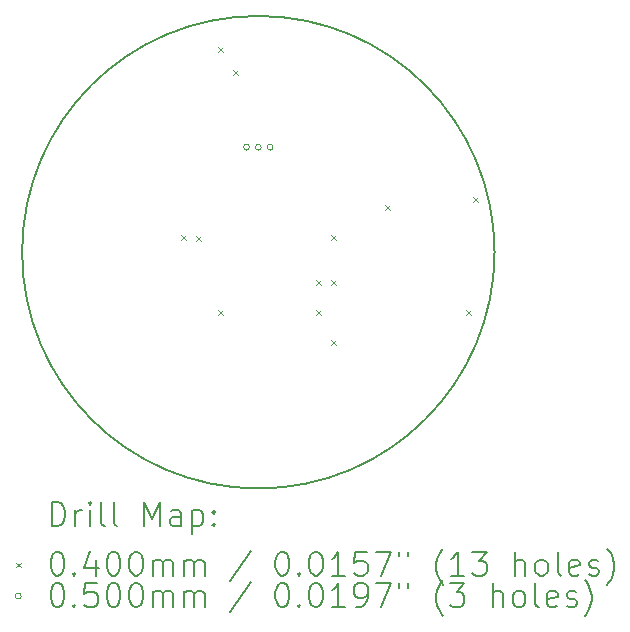
<source format=gbr>
%TF.GenerationSoftware,KiCad,Pcbnew,(6.0.11)*%
%TF.CreationDate,2023-03-09T12:20:19+01:00*%
%TF.ProjectId,Horloge,486f726c-6f67-4652-9e6b-696361645f70,rev?*%
%TF.SameCoordinates,Original*%
%TF.FileFunction,Drillmap*%
%TF.FilePolarity,Positive*%
%FSLAX45Y45*%
G04 Gerber Fmt 4.5, Leading zero omitted, Abs format (unit mm)*
G04 Created by KiCad (PCBNEW (6.0.11)) date 2023-03-09 12:20:19*
%MOMM*%
%LPD*%
G01*
G04 APERTURE LIST*
%ADD10C,0.150000*%
%ADD11C,0.200000*%
%ADD12C,0.040000*%
%ADD13C,0.050000*%
G04 APERTURE END LIST*
D10*
X10382000Y-9144000D02*
G75*
G03*
X10382000Y-9144000I-2000000J0D01*
G01*
D11*
D12*
X7727000Y-8997000D02*
X7767000Y-9037000D01*
X7767000Y-8997000D02*
X7727000Y-9037000D01*
X7854000Y-9005950D02*
X7894000Y-9045950D01*
X7894000Y-9005950D02*
X7854000Y-9045950D01*
X8044500Y-7409500D02*
X8084500Y-7449500D01*
X8084500Y-7409500D02*
X8044500Y-7449500D01*
X8044500Y-9632000D02*
X8084500Y-9672000D01*
X8084500Y-9632000D02*
X8044500Y-9672000D01*
X8171500Y-7600000D02*
X8211500Y-7640000D01*
X8211500Y-7600000D02*
X8171500Y-7640000D01*
X8870000Y-9378000D02*
X8910000Y-9418000D01*
X8910000Y-9378000D02*
X8870000Y-9418000D01*
X8870000Y-9632000D02*
X8910000Y-9672000D01*
X8910000Y-9632000D02*
X8870000Y-9672000D01*
X8997000Y-8997000D02*
X9037000Y-9037000D01*
X9037000Y-8997000D02*
X8997000Y-9037000D01*
X8997000Y-9378000D02*
X9037000Y-9418000D01*
X9037000Y-9378000D02*
X8997000Y-9418000D01*
X8997000Y-9886000D02*
X9037000Y-9926000D01*
X9037000Y-9886000D02*
X8997000Y-9926000D01*
X9456321Y-8743000D02*
X9496321Y-8783000D01*
X9496321Y-8743000D02*
X9456321Y-8783000D01*
X10140000Y-9632000D02*
X10180000Y-9672000D01*
X10180000Y-9632000D02*
X10140000Y-9672000D01*
X10203500Y-8679500D02*
X10243500Y-8719500D01*
X10243500Y-8679500D02*
X10203500Y-8719500D01*
D13*
X8307000Y-8255000D02*
G75*
G03*
X8307000Y-8255000I-25000J0D01*
G01*
X8407000Y-8255000D02*
G75*
G03*
X8407000Y-8255000I-25000J0D01*
G01*
X8507000Y-8255000D02*
G75*
G03*
X8507000Y-8255000I-25000J0D01*
G01*
D11*
X6632119Y-11461976D02*
X6632119Y-11261976D01*
X6679738Y-11261976D01*
X6708309Y-11271500D01*
X6727357Y-11290548D01*
X6736881Y-11309595D01*
X6746405Y-11347690D01*
X6746405Y-11376262D01*
X6736881Y-11414357D01*
X6727357Y-11433405D01*
X6708309Y-11452452D01*
X6679738Y-11461976D01*
X6632119Y-11461976D01*
X6832119Y-11461976D02*
X6832119Y-11328643D01*
X6832119Y-11366738D02*
X6841643Y-11347690D01*
X6851167Y-11338167D01*
X6870214Y-11328643D01*
X6889262Y-11328643D01*
X6955928Y-11461976D02*
X6955928Y-11328643D01*
X6955928Y-11261976D02*
X6946405Y-11271500D01*
X6955928Y-11281024D01*
X6965452Y-11271500D01*
X6955928Y-11261976D01*
X6955928Y-11281024D01*
X7079738Y-11461976D02*
X7060690Y-11452452D01*
X7051167Y-11433405D01*
X7051167Y-11261976D01*
X7184500Y-11461976D02*
X7165452Y-11452452D01*
X7155928Y-11433405D01*
X7155928Y-11261976D01*
X7413071Y-11461976D02*
X7413071Y-11261976D01*
X7479738Y-11404833D01*
X7546405Y-11261976D01*
X7546405Y-11461976D01*
X7727357Y-11461976D02*
X7727357Y-11357214D01*
X7717833Y-11338167D01*
X7698786Y-11328643D01*
X7660690Y-11328643D01*
X7641643Y-11338167D01*
X7727357Y-11452452D02*
X7708309Y-11461976D01*
X7660690Y-11461976D01*
X7641643Y-11452452D01*
X7632119Y-11433405D01*
X7632119Y-11414357D01*
X7641643Y-11395309D01*
X7660690Y-11385786D01*
X7708309Y-11385786D01*
X7727357Y-11376262D01*
X7822595Y-11328643D02*
X7822595Y-11528643D01*
X7822595Y-11338167D02*
X7841643Y-11328643D01*
X7879738Y-11328643D01*
X7898786Y-11338167D01*
X7908309Y-11347690D01*
X7917833Y-11366738D01*
X7917833Y-11423881D01*
X7908309Y-11442928D01*
X7898786Y-11452452D01*
X7879738Y-11461976D01*
X7841643Y-11461976D01*
X7822595Y-11452452D01*
X8003548Y-11442928D02*
X8013071Y-11452452D01*
X8003548Y-11461976D01*
X7994024Y-11452452D01*
X8003548Y-11442928D01*
X8003548Y-11461976D01*
X8003548Y-11338167D02*
X8013071Y-11347690D01*
X8003548Y-11357214D01*
X7994024Y-11347690D01*
X8003548Y-11338167D01*
X8003548Y-11357214D01*
D12*
X6334500Y-11771500D02*
X6374500Y-11811500D01*
X6374500Y-11771500D02*
X6334500Y-11811500D01*
D11*
X6670214Y-11681976D02*
X6689262Y-11681976D01*
X6708309Y-11691500D01*
X6717833Y-11701024D01*
X6727357Y-11720071D01*
X6736881Y-11758167D01*
X6736881Y-11805786D01*
X6727357Y-11843881D01*
X6717833Y-11862928D01*
X6708309Y-11872452D01*
X6689262Y-11881976D01*
X6670214Y-11881976D01*
X6651167Y-11872452D01*
X6641643Y-11862928D01*
X6632119Y-11843881D01*
X6622595Y-11805786D01*
X6622595Y-11758167D01*
X6632119Y-11720071D01*
X6641643Y-11701024D01*
X6651167Y-11691500D01*
X6670214Y-11681976D01*
X6822595Y-11862928D02*
X6832119Y-11872452D01*
X6822595Y-11881976D01*
X6813071Y-11872452D01*
X6822595Y-11862928D01*
X6822595Y-11881976D01*
X7003548Y-11748643D02*
X7003548Y-11881976D01*
X6955928Y-11672452D02*
X6908309Y-11815309D01*
X7032119Y-11815309D01*
X7146405Y-11681976D02*
X7165452Y-11681976D01*
X7184500Y-11691500D01*
X7194024Y-11701024D01*
X7203548Y-11720071D01*
X7213071Y-11758167D01*
X7213071Y-11805786D01*
X7203548Y-11843881D01*
X7194024Y-11862928D01*
X7184500Y-11872452D01*
X7165452Y-11881976D01*
X7146405Y-11881976D01*
X7127357Y-11872452D01*
X7117833Y-11862928D01*
X7108309Y-11843881D01*
X7098786Y-11805786D01*
X7098786Y-11758167D01*
X7108309Y-11720071D01*
X7117833Y-11701024D01*
X7127357Y-11691500D01*
X7146405Y-11681976D01*
X7336881Y-11681976D02*
X7355928Y-11681976D01*
X7374976Y-11691500D01*
X7384500Y-11701024D01*
X7394024Y-11720071D01*
X7403548Y-11758167D01*
X7403548Y-11805786D01*
X7394024Y-11843881D01*
X7384500Y-11862928D01*
X7374976Y-11872452D01*
X7355928Y-11881976D01*
X7336881Y-11881976D01*
X7317833Y-11872452D01*
X7308309Y-11862928D01*
X7298786Y-11843881D01*
X7289262Y-11805786D01*
X7289262Y-11758167D01*
X7298786Y-11720071D01*
X7308309Y-11701024D01*
X7317833Y-11691500D01*
X7336881Y-11681976D01*
X7489262Y-11881976D02*
X7489262Y-11748643D01*
X7489262Y-11767690D02*
X7498786Y-11758167D01*
X7517833Y-11748643D01*
X7546405Y-11748643D01*
X7565452Y-11758167D01*
X7574976Y-11777214D01*
X7574976Y-11881976D01*
X7574976Y-11777214D02*
X7584500Y-11758167D01*
X7603548Y-11748643D01*
X7632119Y-11748643D01*
X7651167Y-11758167D01*
X7660690Y-11777214D01*
X7660690Y-11881976D01*
X7755928Y-11881976D02*
X7755928Y-11748643D01*
X7755928Y-11767690D02*
X7765452Y-11758167D01*
X7784500Y-11748643D01*
X7813071Y-11748643D01*
X7832119Y-11758167D01*
X7841643Y-11777214D01*
X7841643Y-11881976D01*
X7841643Y-11777214D02*
X7851167Y-11758167D01*
X7870214Y-11748643D01*
X7898786Y-11748643D01*
X7917833Y-11758167D01*
X7927357Y-11777214D01*
X7927357Y-11881976D01*
X8317833Y-11672452D02*
X8146405Y-11929595D01*
X8574976Y-11681976D02*
X8594024Y-11681976D01*
X8613071Y-11691500D01*
X8622595Y-11701024D01*
X8632119Y-11720071D01*
X8641643Y-11758167D01*
X8641643Y-11805786D01*
X8632119Y-11843881D01*
X8622595Y-11862928D01*
X8613071Y-11872452D01*
X8594024Y-11881976D01*
X8574976Y-11881976D01*
X8555929Y-11872452D01*
X8546405Y-11862928D01*
X8536881Y-11843881D01*
X8527357Y-11805786D01*
X8527357Y-11758167D01*
X8536881Y-11720071D01*
X8546405Y-11701024D01*
X8555929Y-11691500D01*
X8574976Y-11681976D01*
X8727357Y-11862928D02*
X8736881Y-11872452D01*
X8727357Y-11881976D01*
X8717833Y-11872452D01*
X8727357Y-11862928D01*
X8727357Y-11881976D01*
X8860690Y-11681976D02*
X8879738Y-11681976D01*
X8898786Y-11691500D01*
X8908310Y-11701024D01*
X8917833Y-11720071D01*
X8927357Y-11758167D01*
X8927357Y-11805786D01*
X8917833Y-11843881D01*
X8908310Y-11862928D01*
X8898786Y-11872452D01*
X8879738Y-11881976D01*
X8860690Y-11881976D01*
X8841643Y-11872452D01*
X8832119Y-11862928D01*
X8822595Y-11843881D01*
X8813071Y-11805786D01*
X8813071Y-11758167D01*
X8822595Y-11720071D01*
X8832119Y-11701024D01*
X8841643Y-11691500D01*
X8860690Y-11681976D01*
X9117833Y-11881976D02*
X9003548Y-11881976D01*
X9060690Y-11881976D02*
X9060690Y-11681976D01*
X9041643Y-11710548D01*
X9022595Y-11729595D01*
X9003548Y-11739119D01*
X9298786Y-11681976D02*
X9203548Y-11681976D01*
X9194024Y-11777214D01*
X9203548Y-11767690D01*
X9222595Y-11758167D01*
X9270214Y-11758167D01*
X9289262Y-11767690D01*
X9298786Y-11777214D01*
X9308310Y-11796262D01*
X9308310Y-11843881D01*
X9298786Y-11862928D01*
X9289262Y-11872452D01*
X9270214Y-11881976D01*
X9222595Y-11881976D01*
X9203548Y-11872452D01*
X9194024Y-11862928D01*
X9374976Y-11681976D02*
X9508310Y-11681976D01*
X9422595Y-11881976D01*
X9574976Y-11681976D02*
X9574976Y-11720071D01*
X9651167Y-11681976D02*
X9651167Y-11720071D01*
X9946405Y-11958167D02*
X9936881Y-11948643D01*
X9917833Y-11920071D01*
X9908310Y-11901024D01*
X9898786Y-11872452D01*
X9889262Y-11824833D01*
X9889262Y-11786738D01*
X9898786Y-11739119D01*
X9908310Y-11710548D01*
X9917833Y-11691500D01*
X9936881Y-11662928D01*
X9946405Y-11653405D01*
X10127357Y-11881976D02*
X10013071Y-11881976D01*
X10070214Y-11881976D02*
X10070214Y-11681976D01*
X10051167Y-11710548D01*
X10032119Y-11729595D01*
X10013071Y-11739119D01*
X10194024Y-11681976D02*
X10317833Y-11681976D01*
X10251167Y-11758167D01*
X10279738Y-11758167D01*
X10298786Y-11767690D01*
X10308310Y-11777214D01*
X10317833Y-11796262D01*
X10317833Y-11843881D01*
X10308310Y-11862928D01*
X10298786Y-11872452D01*
X10279738Y-11881976D01*
X10222595Y-11881976D01*
X10203548Y-11872452D01*
X10194024Y-11862928D01*
X10555929Y-11881976D02*
X10555929Y-11681976D01*
X10641643Y-11881976D02*
X10641643Y-11777214D01*
X10632119Y-11758167D01*
X10613071Y-11748643D01*
X10584500Y-11748643D01*
X10565452Y-11758167D01*
X10555929Y-11767690D01*
X10765452Y-11881976D02*
X10746405Y-11872452D01*
X10736881Y-11862928D01*
X10727357Y-11843881D01*
X10727357Y-11786738D01*
X10736881Y-11767690D01*
X10746405Y-11758167D01*
X10765452Y-11748643D01*
X10794024Y-11748643D01*
X10813071Y-11758167D01*
X10822595Y-11767690D01*
X10832119Y-11786738D01*
X10832119Y-11843881D01*
X10822595Y-11862928D01*
X10813071Y-11872452D01*
X10794024Y-11881976D01*
X10765452Y-11881976D01*
X10946405Y-11881976D02*
X10927357Y-11872452D01*
X10917833Y-11853405D01*
X10917833Y-11681976D01*
X11098786Y-11872452D02*
X11079738Y-11881976D01*
X11041643Y-11881976D01*
X11022595Y-11872452D01*
X11013071Y-11853405D01*
X11013071Y-11777214D01*
X11022595Y-11758167D01*
X11041643Y-11748643D01*
X11079738Y-11748643D01*
X11098786Y-11758167D01*
X11108310Y-11777214D01*
X11108310Y-11796262D01*
X11013071Y-11815309D01*
X11184500Y-11872452D02*
X11203548Y-11881976D01*
X11241643Y-11881976D01*
X11260690Y-11872452D01*
X11270214Y-11853405D01*
X11270214Y-11843881D01*
X11260690Y-11824833D01*
X11241643Y-11815309D01*
X11213071Y-11815309D01*
X11194024Y-11805786D01*
X11184500Y-11786738D01*
X11184500Y-11777214D01*
X11194024Y-11758167D01*
X11213071Y-11748643D01*
X11241643Y-11748643D01*
X11260690Y-11758167D01*
X11336881Y-11958167D02*
X11346405Y-11948643D01*
X11365452Y-11920071D01*
X11374976Y-11901024D01*
X11384500Y-11872452D01*
X11394024Y-11824833D01*
X11394024Y-11786738D01*
X11384500Y-11739119D01*
X11374976Y-11710548D01*
X11365452Y-11691500D01*
X11346405Y-11662928D01*
X11336881Y-11653405D01*
D13*
X6374500Y-12055500D02*
G75*
G03*
X6374500Y-12055500I-25000J0D01*
G01*
D11*
X6670214Y-11945976D02*
X6689262Y-11945976D01*
X6708309Y-11955500D01*
X6717833Y-11965024D01*
X6727357Y-11984071D01*
X6736881Y-12022167D01*
X6736881Y-12069786D01*
X6727357Y-12107881D01*
X6717833Y-12126928D01*
X6708309Y-12136452D01*
X6689262Y-12145976D01*
X6670214Y-12145976D01*
X6651167Y-12136452D01*
X6641643Y-12126928D01*
X6632119Y-12107881D01*
X6622595Y-12069786D01*
X6622595Y-12022167D01*
X6632119Y-11984071D01*
X6641643Y-11965024D01*
X6651167Y-11955500D01*
X6670214Y-11945976D01*
X6822595Y-12126928D02*
X6832119Y-12136452D01*
X6822595Y-12145976D01*
X6813071Y-12136452D01*
X6822595Y-12126928D01*
X6822595Y-12145976D01*
X7013071Y-11945976D02*
X6917833Y-11945976D01*
X6908309Y-12041214D01*
X6917833Y-12031690D01*
X6936881Y-12022167D01*
X6984500Y-12022167D01*
X7003548Y-12031690D01*
X7013071Y-12041214D01*
X7022595Y-12060262D01*
X7022595Y-12107881D01*
X7013071Y-12126928D01*
X7003548Y-12136452D01*
X6984500Y-12145976D01*
X6936881Y-12145976D01*
X6917833Y-12136452D01*
X6908309Y-12126928D01*
X7146405Y-11945976D02*
X7165452Y-11945976D01*
X7184500Y-11955500D01*
X7194024Y-11965024D01*
X7203548Y-11984071D01*
X7213071Y-12022167D01*
X7213071Y-12069786D01*
X7203548Y-12107881D01*
X7194024Y-12126928D01*
X7184500Y-12136452D01*
X7165452Y-12145976D01*
X7146405Y-12145976D01*
X7127357Y-12136452D01*
X7117833Y-12126928D01*
X7108309Y-12107881D01*
X7098786Y-12069786D01*
X7098786Y-12022167D01*
X7108309Y-11984071D01*
X7117833Y-11965024D01*
X7127357Y-11955500D01*
X7146405Y-11945976D01*
X7336881Y-11945976D02*
X7355928Y-11945976D01*
X7374976Y-11955500D01*
X7384500Y-11965024D01*
X7394024Y-11984071D01*
X7403548Y-12022167D01*
X7403548Y-12069786D01*
X7394024Y-12107881D01*
X7384500Y-12126928D01*
X7374976Y-12136452D01*
X7355928Y-12145976D01*
X7336881Y-12145976D01*
X7317833Y-12136452D01*
X7308309Y-12126928D01*
X7298786Y-12107881D01*
X7289262Y-12069786D01*
X7289262Y-12022167D01*
X7298786Y-11984071D01*
X7308309Y-11965024D01*
X7317833Y-11955500D01*
X7336881Y-11945976D01*
X7489262Y-12145976D02*
X7489262Y-12012643D01*
X7489262Y-12031690D02*
X7498786Y-12022167D01*
X7517833Y-12012643D01*
X7546405Y-12012643D01*
X7565452Y-12022167D01*
X7574976Y-12041214D01*
X7574976Y-12145976D01*
X7574976Y-12041214D02*
X7584500Y-12022167D01*
X7603548Y-12012643D01*
X7632119Y-12012643D01*
X7651167Y-12022167D01*
X7660690Y-12041214D01*
X7660690Y-12145976D01*
X7755928Y-12145976D02*
X7755928Y-12012643D01*
X7755928Y-12031690D02*
X7765452Y-12022167D01*
X7784500Y-12012643D01*
X7813071Y-12012643D01*
X7832119Y-12022167D01*
X7841643Y-12041214D01*
X7841643Y-12145976D01*
X7841643Y-12041214D02*
X7851167Y-12022167D01*
X7870214Y-12012643D01*
X7898786Y-12012643D01*
X7917833Y-12022167D01*
X7927357Y-12041214D01*
X7927357Y-12145976D01*
X8317833Y-11936452D02*
X8146405Y-12193595D01*
X8574976Y-11945976D02*
X8594024Y-11945976D01*
X8613071Y-11955500D01*
X8622595Y-11965024D01*
X8632119Y-11984071D01*
X8641643Y-12022167D01*
X8641643Y-12069786D01*
X8632119Y-12107881D01*
X8622595Y-12126928D01*
X8613071Y-12136452D01*
X8594024Y-12145976D01*
X8574976Y-12145976D01*
X8555929Y-12136452D01*
X8546405Y-12126928D01*
X8536881Y-12107881D01*
X8527357Y-12069786D01*
X8527357Y-12022167D01*
X8536881Y-11984071D01*
X8546405Y-11965024D01*
X8555929Y-11955500D01*
X8574976Y-11945976D01*
X8727357Y-12126928D02*
X8736881Y-12136452D01*
X8727357Y-12145976D01*
X8717833Y-12136452D01*
X8727357Y-12126928D01*
X8727357Y-12145976D01*
X8860690Y-11945976D02*
X8879738Y-11945976D01*
X8898786Y-11955500D01*
X8908310Y-11965024D01*
X8917833Y-11984071D01*
X8927357Y-12022167D01*
X8927357Y-12069786D01*
X8917833Y-12107881D01*
X8908310Y-12126928D01*
X8898786Y-12136452D01*
X8879738Y-12145976D01*
X8860690Y-12145976D01*
X8841643Y-12136452D01*
X8832119Y-12126928D01*
X8822595Y-12107881D01*
X8813071Y-12069786D01*
X8813071Y-12022167D01*
X8822595Y-11984071D01*
X8832119Y-11965024D01*
X8841643Y-11955500D01*
X8860690Y-11945976D01*
X9117833Y-12145976D02*
X9003548Y-12145976D01*
X9060690Y-12145976D02*
X9060690Y-11945976D01*
X9041643Y-11974548D01*
X9022595Y-11993595D01*
X9003548Y-12003119D01*
X9213071Y-12145976D02*
X9251167Y-12145976D01*
X9270214Y-12136452D01*
X9279738Y-12126928D01*
X9298786Y-12098357D01*
X9308310Y-12060262D01*
X9308310Y-11984071D01*
X9298786Y-11965024D01*
X9289262Y-11955500D01*
X9270214Y-11945976D01*
X9232119Y-11945976D01*
X9213071Y-11955500D01*
X9203548Y-11965024D01*
X9194024Y-11984071D01*
X9194024Y-12031690D01*
X9203548Y-12050738D01*
X9213071Y-12060262D01*
X9232119Y-12069786D01*
X9270214Y-12069786D01*
X9289262Y-12060262D01*
X9298786Y-12050738D01*
X9308310Y-12031690D01*
X9374976Y-11945976D02*
X9508310Y-11945976D01*
X9422595Y-12145976D01*
X9574976Y-11945976D02*
X9574976Y-11984071D01*
X9651167Y-11945976D02*
X9651167Y-11984071D01*
X9946405Y-12222167D02*
X9936881Y-12212643D01*
X9917833Y-12184071D01*
X9908310Y-12165024D01*
X9898786Y-12136452D01*
X9889262Y-12088833D01*
X9889262Y-12050738D01*
X9898786Y-12003119D01*
X9908310Y-11974548D01*
X9917833Y-11955500D01*
X9936881Y-11926928D01*
X9946405Y-11917405D01*
X10003548Y-11945976D02*
X10127357Y-11945976D01*
X10060690Y-12022167D01*
X10089262Y-12022167D01*
X10108310Y-12031690D01*
X10117833Y-12041214D01*
X10127357Y-12060262D01*
X10127357Y-12107881D01*
X10117833Y-12126928D01*
X10108310Y-12136452D01*
X10089262Y-12145976D01*
X10032119Y-12145976D01*
X10013071Y-12136452D01*
X10003548Y-12126928D01*
X10365452Y-12145976D02*
X10365452Y-11945976D01*
X10451167Y-12145976D02*
X10451167Y-12041214D01*
X10441643Y-12022167D01*
X10422595Y-12012643D01*
X10394024Y-12012643D01*
X10374976Y-12022167D01*
X10365452Y-12031690D01*
X10574976Y-12145976D02*
X10555929Y-12136452D01*
X10546405Y-12126928D01*
X10536881Y-12107881D01*
X10536881Y-12050738D01*
X10546405Y-12031690D01*
X10555929Y-12022167D01*
X10574976Y-12012643D01*
X10603548Y-12012643D01*
X10622595Y-12022167D01*
X10632119Y-12031690D01*
X10641643Y-12050738D01*
X10641643Y-12107881D01*
X10632119Y-12126928D01*
X10622595Y-12136452D01*
X10603548Y-12145976D01*
X10574976Y-12145976D01*
X10755929Y-12145976D02*
X10736881Y-12136452D01*
X10727357Y-12117405D01*
X10727357Y-11945976D01*
X10908310Y-12136452D02*
X10889262Y-12145976D01*
X10851167Y-12145976D01*
X10832119Y-12136452D01*
X10822595Y-12117405D01*
X10822595Y-12041214D01*
X10832119Y-12022167D01*
X10851167Y-12012643D01*
X10889262Y-12012643D01*
X10908310Y-12022167D01*
X10917833Y-12041214D01*
X10917833Y-12060262D01*
X10822595Y-12079309D01*
X10994024Y-12136452D02*
X11013071Y-12145976D01*
X11051167Y-12145976D01*
X11070214Y-12136452D01*
X11079738Y-12117405D01*
X11079738Y-12107881D01*
X11070214Y-12088833D01*
X11051167Y-12079309D01*
X11022595Y-12079309D01*
X11003548Y-12069786D01*
X10994024Y-12050738D01*
X10994024Y-12041214D01*
X11003548Y-12022167D01*
X11022595Y-12012643D01*
X11051167Y-12012643D01*
X11070214Y-12022167D01*
X11146405Y-12222167D02*
X11155929Y-12212643D01*
X11174976Y-12184071D01*
X11184500Y-12165024D01*
X11194024Y-12136452D01*
X11203548Y-12088833D01*
X11203548Y-12050738D01*
X11194024Y-12003119D01*
X11184500Y-11974548D01*
X11174976Y-11955500D01*
X11155929Y-11926928D01*
X11146405Y-11917405D01*
M02*

</source>
